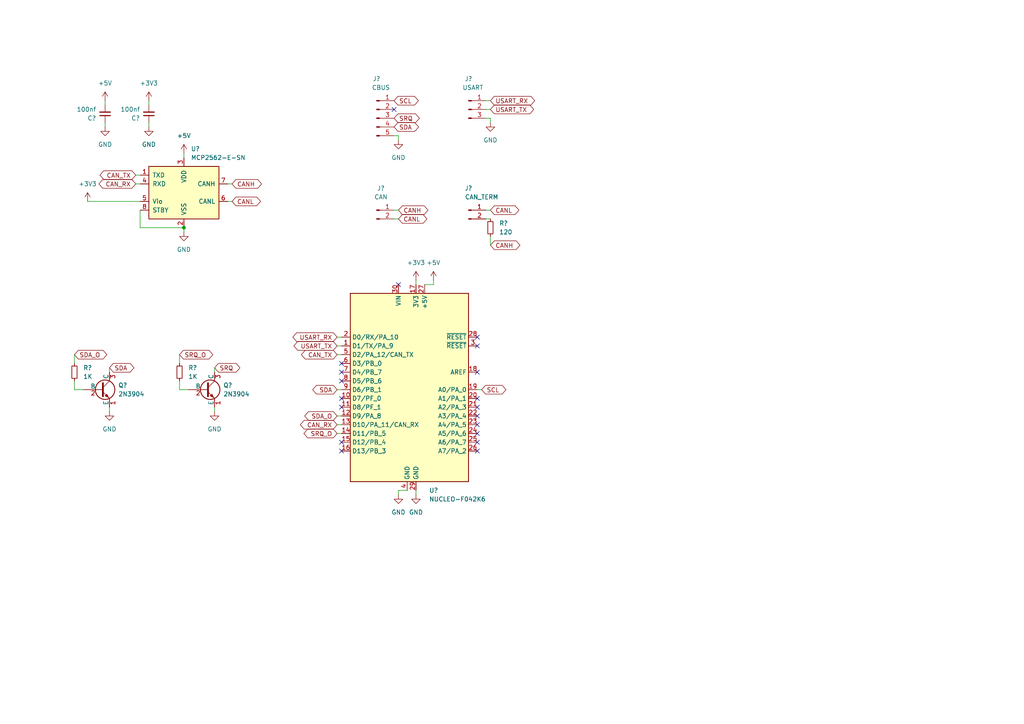
<source format=kicad_sch>
(kicad_sch (version 20211123) (generator eeschema)
  (paper "A4")
  (lib_symbols
    (symbol "Connector:Conn_01x02_Male" (pin_names (offset 1.016) hide)
      (property "Reference" "J" (at 0 2.54 0))
      (property "Value" "Conn_01x02_Male" (at 0 -5.08 0))
      (symbol "Conn_01x02_Male_1_1"
        (polyline (pts (xy 1.27 -2.54) (xy 0.8636 -2.54)) (stroke (width 0.1524)))
        (polyline (pts (xy 1.27 0) (xy 0.8636 0)) (stroke (width 0.1524)))
        (rectangle (start 0.8636 -2.413) (end 0 -2.667) (stroke (width 0.1524)) (fill (type outline)))
        (rectangle (start 0.8636 0.127) (end 0 -0.127) (stroke (width 0.1524)) (fill (type outline)))
        (pin passive line (at 5.08 0 180) (length 3.81) (name "Pin_1") (number "1"))
        (pin passive line (at 5.08 -2.54 180) (length 3.81) (name "Pin_2") (number "2"))
      )
    )
    (symbol "Connector:Conn_01x03_Male" (pin_names (offset 1.016) hide)
      (property "Reference" "J" (at 0 5.08 0))
      (property "Value" "Conn_01x03_Male" (at 0 -5.08 0))
      (symbol "Conn_01x03_Male_1_1"
        (polyline (pts (xy 1.27 -2.54) (xy 0.8636 -2.54)) (stroke (width 0.1524)))
        (polyline (pts (xy 1.27 0) (xy 0.8636 0)) (stroke (width 0.1524)))
        (polyline (pts (xy 1.27 2.54) (xy 0.8636 2.54)) (stroke (width 0.1524)))
        (rectangle (start 0.8636 -2.413) (end 0 -2.667) (stroke (width 0.1524)) (fill (type outline)))
        (rectangle (start 0.8636 0.127) (end 0 -0.127) (stroke (width 0.1524)) (fill (type outline)))
        (rectangle (start 0.8636 2.667) (end 0 2.413) (stroke (width 0.1524)) (fill (type outline)))
        (pin passive line (at 5.08 2.54 180) (length 3.81) (name "Pin_1") (number "1"))
        (pin passive line (at 5.08 0 180) (length 3.81) (name "Pin_2") (number "2"))
        (pin passive line (at 5.08 -2.54 180) (length 3.81) (name "Pin_3") (number "3"))
      )
    )
    (symbol "Connector:Conn_01x05_Male" (pin_names (offset 1.016) hide)
      (property "Reference" "J" (at 0 7.62 0))
      (property "Value" "Conn_01x05_Male" (at 0 -7.62 0))
      (symbol "Conn_01x05_Male_1_1"
        (polyline (pts (xy 1.27 -5.08) (xy 0.8636 -5.08)) (stroke (width 0.1524)))
        (polyline (pts (xy 1.27 -2.54) (xy 0.8636 -2.54)) (stroke (width 0.1524)))
        (polyline (pts (xy 1.27 0) (xy 0.8636 0)) (stroke (width 0.1524)))
        (polyline (pts (xy 1.27 2.54) (xy 0.8636 2.54)) (stroke (width 0.1524)))
        (polyline (pts (xy 1.27 5.08) (xy 0.8636 5.08)) (stroke (width 0.1524)))
        (rectangle (start 0.8636 -4.953) (end 0 -5.207) (stroke (width 0.1524)) (fill (type outline)))
        (rectangle (start 0.8636 -2.413) (end 0 -2.667) (stroke (width 0.1524)) (fill (type outline)))
        (rectangle (start 0.8636 0.127) (end 0 -0.127) (stroke (width 0.1524)) (fill (type outline)))
        (rectangle (start 0.8636 2.667) (end 0 2.413) (stroke (width 0.1524)) (fill (type outline)))
        (rectangle (start 0.8636 5.207) (end 0 4.953) (stroke (width 0.1524)) (fill (type outline)))
        (pin passive line (at 5.08 5.08 180) (length 3.81) (name "Pin_1") (number "1"))
        (pin passive line (at 5.08 2.54 180) (length 3.81) (name "Pin_2") (number "2"))
        (pin passive line (at 5.08 0 180) (length 3.81) (name "Pin_3") (number "3"))
        (pin passive line (at 5.08 -2.54 180) (length 3.81) (name "Pin_4") (number "4"))
        (pin passive line (at 5.08 -5.08 180) (length 3.81) (name "Pin_5") (number "5"))
      )
    )
    (symbol "Device:C_Small" (pin_numbers hide) (pin_names (offset 0.254) hide)
      (property "Reference" "C" (at 0.254 1.778 0))
      (property "Value" "C_Small" (at 0.254 -2.032 0))
      (symbol "C_Small_0_1"
        (polyline (pts (xy -1.524 -0.508) (xy 1.524 -0.508)) (stroke (width 0.3302)))
        (polyline (pts (xy -1.524 0.508) (xy 1.524 0.508)) (stroke (width 0.3048)))
      )
      (symbol "C_Small_1_1"
        (pin passive line (at 0 2.54 270) (length 2.032) (name "~") (number "1"))
        (pin passive line (at 0 -2.54 90) (length 2.032) (name "~") (number "2"))
      )
    )
    (symbol "Device:R_Small" (pin_numbers hide) (pin_names (offset 0.254) hide)
      (property "Reference" "R" (at 0.762 0.508 0))
      (property "Value" "R_Small" (at 0.762 -1.016 0))
      (symbol "R_Small_0_1"
        (rectangle (start -0.762 1.778) (end 0.762 -1.778) (stroke (width 0.2032)))
      )
      (symbol "R_Small_1_1"
        (pin passive line (at 0 2.54 270) (length 0.762) (name "~") (number "1"))
        (pin passive line (at 0 -2.54 90) (length 0.762) (name "~") (number "2"))
      )
    )
    (symbol "Interface_CAN_LIN:MCP2562-E-SN" (pin_names (offset 1.016))
      (property "Reference" "U" (at -10.16 8.89 0))
      (property "Value" "MCP2562-E-SN" (at 2.54 8.89 0))
      (symbol "MCP2562-E-SN_0_1"
        (rectangle (start -10.16 7.62) (end 10.16 -7.62) (stroke (width 0.254)) (fill (type background)))
      )
      (symbol "MCP2562-E-SN_1_1"
        (pin input line (at -12.7 5.08 0) (length 2.54) (name "TXD") (number "1"))
        (pin power_in line (at 0 -10.16 90) (length 2.54) (name "VSS") (number "2"))
        (pin power_in line (at 0 10.16 270) (length 2.54) (name "VDD") (number "3"))
        (pin output line (at -12.7 2.54 0) (length 2.54) (name "RXD") (number "4"))
        (pin power_in line (at -12.7 -2.54 0) (length 2.54) (name "Vio") (number "5"))
        (pin bidirectional line (at 12.7 -2.54 180) (length 2.54) (name "CANL") (number "6"))
        (pin bidirectional line (at 12.7 2.54 180) (length 2.54) (name "CANH") (number "7"))
        (pin input line (at -12.7 -5.08 0) (length 2.54) (name "STBY") (number "8"))
      )
    )
    (symbol "MCU_Module:Arduino_Nano_v3.x"
      (property "Reference" "A?" (at 5.8294 -29.21 0))
      (property "Value" "NUCLEO-F042K6" (at 5.8294 -31.75 0))
      (symbol "Arduino_Nano_v3.x_0_1"
        (rectangle (start -16.51 27.94) (end 17.78 -26.67) (stroke (width 0.254)) (fill (type background)))
      )
      (symbol "Arduino_Nano_v3.x_1_1"
        (pin bidirectional line (at -19.05 12.7 0) (length 2.54) (name "D1/TX/PA_9") (number "1"))
        (pin bidirectional line (at -19.05 -2.54 0) (length 2.54) (name "D7/PF_0") (number "10"))
        (pin bidirectional line (at -19.05 -5.08 0) (length 2.54) (name "D8/PF_1") (number "11"))
        (pin bidirectional line (at -19.05 -7.62 0) (length 2.54) (name "D9/PA_8") (number "12"))
        (pin bidirectional line (at -19.05 -10.16 0) (length 2.54) (name "D10/PA_11/CAN_RX") (number "13"))
        (pin bidirectional line (at -19.05 -12.7 0) (length 2.54) (name "D11/PB_5") (number "14"))
        (pin bidirectional line (at -19.05 -15.24 0) (length 2.54) (name "D12/PB_4") (number "15"))
        (pin bidirectional line (at -19.05 -17.78 0) (length 2.54) (name "D13/PB_3") (number "16"))
        (pin power_out line (at 2.54 30.48 270) (length 2.54) (name "3V3") (number "17"))
        (pin input line (at 20.32 5.08 180) (length 2.54) (name "AREF") (number "18"))
        (pin bidirectional line (at 20.32 0 180) (length 2.54) (name "A0/PA_0") (number "19"))
        (pin bidirectional line (at -19.05 15.24 0) (length 2.54) (name "D0/RX/PA_10") (number "2"))
        (pin bidirectional line (at 20.32 -2.54 180) (length 2.54) (name "A1/PA_1") (number "20"))
        (pin bidirectional line (at 20.32 -5.08 180) (length 2.54) (name "A2/PA_3") (number "21"))
        (pin bidirectional line (at 20.32 -7.62 180) (length 2.54) (name "A3/PA_4") (number "22"))
        (pin bidirectional line (at 20.32 -10.16 180) (length 2.54) (name "A4/PA_5") (number "23"))
        (pin bidirectional line (at 20.32 -12.7 180) (length 2.54) (name "A5/PA_6") (number "24"))
        (pin bidirectional line (at 20.32 -15.24 180) (length 2.54) (name "A6/PA_7") (number "25"))
        (pin bidirectional line (at 20.32 -17.78 180) (length 2.54) (name "A7/PA_2") (number "26"))
        (pin power_out line (at 5.08 30.48 270) (length 2.54) (name "+5V") (number "27"))
        (pin input line (at 20.32 15.24 180) (length 2.54) (name "~{RESET}") (number "28"))
        (pin power_in line (at 2.54 -29.21 90) (length 2.54) (name "GND") (number "29"))
        (pin input line (at 20.32 12.7 180) (length 2.54) (name "~{RESET}") (number "3"))
        (pin power_in line (at -2.54 30.48 270) (length 2.54) (name "VIN") (number "30"))
        (pin power_in line (at 0 -29.21 90) (length 2.54) (name "GND") (number "4"))
        (pin bidirectional line (at -19.05 10.16 0) (length 2.54) (name "D2/PA_12/CAN_TX") (number "5"))
        (pin bidirectional line (at -19.05 7.62 0) (length 2.54) (name "D3/PB_0") (number "6"))
        (pin bidirectional line (at -19.05 5.08 0) (length 2.54) (name "D4/PB_7") (number "7"))
        (pin bidirectional line (at -19.05 2.54 0) (length 2.54) (name "D5/PB_6") (number "8"))
        (pin bidirectional line (at -19.05 0 0) (length 2.54) (name "D6/PB_1") (number "9"))
      )
    )
    (symbol "Transistor_BJT:2N3904" (pin_names (offset 0))
      (property "Reference" "Q" (at 5.08 1.905 0))
      (property "Value" "2N3904" (at 5.08 0 0))
      (symbol "2N3904_0_1"
        (polyline (pts (xy 0.635 0.635) (xy 2.54 2.54)))
        (polyline (pts (xy 0.635 -0.635) (xy 2.54 -2.54) (xy 2.54 -2.54)))
        (polyline (pts (xy 0.635 1.905) (xy 0.635 -1.905) (xy 0.635 -1.905)) (stroke (width 0.508)))
        (polyline (pts (xy 1.27 -1.778) (xy 1.778 -1.27) (xy 2.286 -2.286) (xy 1.27 -1.778) (xy 1.27 -1.778)) (fill (type outline)))
        (circle (center 1.27 0) (radius 2.8194) (stroke (width 0.254)))
      )
      (symbol "2N3904_1_1"
        (pin passive line (at 2.54 -5.08 90) (length 2.54) (name "E") (number "1"))
        (pin passive line (at -5.08 0 0) (length 5.715) (name "B") (number "2"))
        (pin passive line (at 2.54 5.08 270) (length 2.54) (name "C") (number "3"))
      )
    )
    (symbol "power:+3V3" (power) (pin_names (offset 0))
      (property "Value" "+3V3" (at 0 3.556 0))
      (symbol "+3V3_0_1"
        (polyline (pts (xy -0.762 1.27) (xy 0 2.54)))
        (polyline (pts (xy 0 0) (xy 0 2.54)))
        (polyline (pts (xy 0 2.54) (xy 0.762 1.27)))
      )
      (symbol "+3V3_1_1"
        (pin power_in line (at 0 0 90) (length 0) hide (name "+3V3") (number "1"))
      )
    )
    (symbol "power:+5V" (power) (pin_names (offset 0))
      (property "Value" "+5V" (at 0 3.556 0))
      (symbol "+5V_0_1"
        (polyline (pts (xy -0.762 1.27) (xy 0 2.54)))
        (polyline (pts (xy 0 0) (xy 0 2.54)))
        (polyline (pts (xy 0 2.54) (xy 0.762 1.27)))
      )
      (symbol "+5V_1_1"
        (pin power_in line (at 0 0 90) (length 0) hide (name "+5V") (number "1"))
      )
    )
    (symbol "power:GND" (power) (pin_names (offset 0))
      (property "Value" "GND" (at 0 -3.81 0))
      (symbol "GND_0_1"
        (polyline (pts (xy 0 0) (xy 0 -1.27) (xy 1.27 -1.27) (xy 0 -2.54) (xy -1.27 -1.27) (xy 0 -1.27)))
      )
      (symbol "GND_1_1"
        (pin power_in line (at 0 0 270) (length 0) hide (name "GND") (number "1"))
      )
    )
  )
  (junction (at 53.34 66.04))
  (no_connect (at 99.06 105.41))
  (no_connect (at 99.06 130.81))
  (no_connect (at 138.43 118.11))
  (no_connect (at 99.06 110.49))
  (no_connect (at 99.06 128.27))
  (no_connect (at 99.06 115.57))
  (no_connect (at 99.06 118.11))
  (no_connect (at 99.06 107.95))
  (no_connect (at 138.43 100.33))
  (no_connect (at 138.43 97.79))
  (no_connect (at 138.43 115.57))
  (no_connect (at 138.43 107.95))
  (no_connect (at 138.43 125.73))
  (no_connect (at 138.43 123.19))
  (no_connect (at 138.43 130.81))
  (no_connect (at 138.43 128.27))
  (no_connect (at 138.43 120.65))
  (no_connect (at 115.57 82.55))
  (no_connect (at 114.3 31.75))
  (wire (pts (xy 67.31 58.42) (xy 66.04 58.42)))
  (wire (pts (xy 67.31 53.34) (xy 66.04 53.34)))
  (wire (pts (xy 53.34 44.45) (xy 53.34 45.72)))
  (wire (pts (xy 52.07 113.03) (xy 54.61 113.03)))
  (wire (pts (xy 120.65 143.51) (xy 120.65 142.24)))
  (wire (pts (xy 52.07 110.49) (xy 52.07 113.03)))
  (wire (pts (xy 142.24 29.21) (xy 140.97 29.21)))
  (wire (pts (xy 115.57 60.96) (xy 114.3 60.96)))
  (wire (pts (xy 97.79 123.19) (xy 99.06 123.19)))
  (wire (pts (xy 97.79 113.03) (xy 99.06 113.03)))
  (wire (pts (xy 43.18 29.21) (xy 43.18 30.48)))
  (wire (pts (xy 123.19 82.55) (xy 125.73 82.55)))
  (wire (pts (xy 43.18 36.83) (xy 43.18 35.56)))
  (wire (pts (xy 53.34 67.31) (xy 53.34 66.04)))
  (wire (pts (xy 21.59 102.87) (xy 21.59 105.41)))
  (wire (pts (xy 21.59 110.49) (xy 21.59 113.03)))
  (wire (pts (xy 115.57 142.24) (xy 118.11 142.24)))
  (wire (pts (xy 40.64 66.04) (xy 53.34 66.04)))
  (wire (pts (xy 30.48 36.83) (xy 30.48 35.56)))
  (wire (pts (xy 115.57 40.64) (xy 115.57 39.37)))
  (wire (pts (xy 52.07 102.87) (xy 52.07 105.41)))
  (wire (pts (xy 97.79 120.65) (xy 99.06 120.65)))
  (wire (pts (xy 142.24 35.56) (xy 142.24 34.29)))
  (wire (pts (xy 142.24 34.29) (xy 140.97 34.29)))
  (wire (pts (xy 97.79 100.33) (xy 99.06 100.33)))
  (wire (pts (xy 120.65 81.28) (xy 120.65 82.55)))
  (wire (pts (xy 97.79 125.73) (xy 99.06 125.73)))
  (wire (pts (xy 39.37 53.34) (xy 40.64 53.34)))
  (wire (pts (xy 125.73 82.55) (xy 125.73 81.28)))
  (wire (pts (xy 142.24 31.75) (xy 140.97 31.75)))
  (wire (pts (xy 21.59 113.03) (xy 24.13 113.03)))
  (wire (pts (xy 142.24 68.58) (xy 142.24 71.12)))
  (wire (pts (xy 142.24 63.5) (xy 140.97 63.5)))
  (wire (pts (xy 30.48 29.21) (xy 30.48 30.48)))
  (wire (pts (xy 142.24 60.96) (xy 140.97 60.96)))
  (wire (pts (xy 139.7 113.03) (xy 138.43 113.03)))
  (wire (pts (xy 31.75 119.38) (xy 31.75 118.11)))
  (wire (pts (xy 25.4 58.42) (xy 40.64 58.42)))
  (wire (pts (xy 115.57 39.37) (xy 114.3 39.37)))
  (wire (pts (xy 31.75 106.68) (xy 31.75 107.95)))
  (wire (pts (xy 97.79 102.87) (xy 99.06 102.87)))
  (wire (pts (xy 97.79 97.79) (xy 99.06 97.79)))
  (wire (pts (xy 115.57 63.5) (xy 114.3 63.5)))
  (wire (pts (xy 115.57 143.51) (xy 115.57 142.24)))
  (wire (pts (xy 62.23 106.68) (xy 62.23 107.95)))
  (wire (pts (xy 40.64 60.96) (xy 40.64 66.04)))
  (wire (pts (xy 39.37 50.8) (xy 40.64 50.8)))
  (wire (pts (xy 62.23 119.38) (xy 62.23 118.11)))
  (global_label "SRQ_O" (shape bidirectional) (at 97.79 125.73 180) (property "Intersheet References" "${INTERSHEET_REFS}" (effects hide)))
  (global_label "SCL" (shape bidirectional) (at 114.3 29.21 0) (property "Intersheet References" "${INTERSHEET_REFS}" (effects hide)))
  (global_label "USART_RX" (shape bidirectional) (at 97.79 97.79 180) (property "Intersheet References" "${INTERSHEET_REFS}" (effects hide)))
  (global_label "CANH" (shape bidirectional) (at 115.57 60.96 0) (property "Intersheet References" "${INTERSHEET_REFS}" (effects hide)))
  (global_label "CANH" (shape bidirectional) (at 142.24 71.12 0) (property "Intersheet References" "${INTERSHEET_REFS}" (effects hide)))
  (global_label "SDA" (shape bidirectional) (at 114.3 36.83 0) (property "Intersheet References" "${INTERSHEET_REFS}" (effects hide)))
  (global_label "SDA_O" (shape bidirectional) (at 21.59 102.87 0) (property "Intersheet References" "${INTERSHEET_REFS}" (effects hide)))
  (global_label "CANH" (shape bidirectional) (at 67.31 53.34 0) (property "Intersheet References" "${INTERSHEET_REFS}" (effects hide)))
  (global_label "SDA_O" (shape bidirectional) (at 97.79 120.65 180) (property "Intersheet References" "${INTERSHEET_REFS}" (effects hide)))
  (global_label "CAN_TX" (shape bidirectional) (at 97.79 102.87 180) (property "Intersheet References" "${INTERSHEET_REFS}" (effects hide)))
  (global_label "CANL" (shape bidirectional) (at 67.31 58.42 0) (property "Intersheet References" "${INTERSHEET_REFS}" (effects hide)))
  (global_label "CANL" (shape bidirectional) (at 115.57 63.5 0) (property "Intersheet References" "${INTERSHEET_REFS}" (effects hide)))
  (global_label "USART_RX" (shape bidirectional) (at 142.24 29.21 0) (property "Intersheet References" "${INTERSHEET_REFS}" (effects hide)))
  (global_label "SDA" (shape bidirectional) (at 31.75 106.68 0) (property "Intersheet References" "${INTERSHEET_REFS}" (effects hide)))
  (global_label "CAN_RX" (shape bidirectional) (at 39.37 53.34 180) (property "Intersheet References" "${INTERSHEET_REFS}" (effects hide)))
  (global_label "CAN_RX" (shape bidirectional) (at 97.79 123.19 180) (property "Intersheet References" "${INTERSHEET_REFS}" (effects hide)))
  (global_label "SCL" (shape bidirectional) (at 139.7 113.03 0) (property "Intersheet References" "${INTERSHEET_REFS}" (effects hide)))
  (global_label "SDA" (shape bidirectional) (at 97.79 113.03 180) (property "Intersheet References" "${INTERSHEET_REFS}" (effects hide)))
  (global_label "USART_TX" (shape bidirectional) (at 97.79 100.33 180) (property "Intersheet References" "${INTERSHEET_REFS}" (effects hide)))
  (global_label "USART_TX" (shape bidirectional) (at 142.24 31.75 0) (property "Intersheet References" "${INTERSHEET_REFS}" (effects hide)))
  (global_label "SRQ" (shape bidirectional) (at 62.23 106.68 0) (property "Intersheet References" "${INTERSHEET_REFS}" (effects hide)))
  (global_label "SRQ" (shape bidirectional) (at 114.3 34.29 0) (property "Intersheet References" "${INTERSHEET_REFS}" (effects hide)))
  (global_label "CANL" (shape bidirectional) (at 142.24 60.96 0) (property "Intersheet References" "${INTERSHEET_REFS}" (effects hide)))
  (global_label "SRQ_O" (shape bidirectional) (at 52.07 102.87 0) (property "Intersheet References" "${INTERSHEET_REFS}" (effects hide)))
  (global_label "CAN_TX" (shape bidirectional) (at 39.37 50.8 180) (property "Intersheet References" "${INTERSHEET_REFS}" (effects hide)))
  (symbol (lib_id "power:GND") (at 30.48 36.83 0) (unit 1)
    (property "Reference" "#PWR?" (effects hide))
    (property "Value" "GND" (at 30.48 41.91 0))
  )
  (symbol (lib_id "Interface_CAN_LIN:MCP2562-E-SN") (at 53.34 55.88 0) (unit 1)
    (property "Reference" "U?" (at 55.3594 43.18 0) (effects (justify left)))
    (property "Value" "MCP2562-E-SN" (at 55.3594 45.72 0) (effects (justify left)))
    (property "Footprint" "Package_SO:SOIC-8_3.9x4.9mm_P1.27mm" (effects hide))
    (property "Datasheet" "http://ww1.microchip.com/downloads/en/DeviceDoc/25167A.pdf" (effects hide))
  )
  (symbol (lib_id "Connector:Conn_01x02_Male") (at 135.89 60.96 0) (unit 1)
    (property "Reference" "J?" (at 135.89 54.61 0))
    (property "Value" "CAN_TERM" (at 139.7 57.15 0))
  )
  (symbol (lib_id "Connector:Conn_01x03_Male") (at 135.89 31.75 0) (unit 1)
    (property "Reference" "J?" (at 135.89 22.86 0))
    (property "Value" "USART" (at 137.16 25.4 0))
  )
  (symbol (lib_id "Device:R_Small") (at 142.24 66.04 0) (unit 1)
    (property "Reference" "R?" (at 144.78 64.7699 0) (effects (justify left)))
    (property "Value" "120" (at 144.78 67.3099 0) (effects (justify left)))
  )
  (symbol (lib_id "power:GND") (at 115.57 40.64 0) (unit 1)
    (property "Reference" "#PWR?" (effects hide))
    (property "Value" "GND" (at 115.57 45.72 0))
  )
  (symbol (lib_id "power:+5V") (at 30.48 29.21 0) (unit 1)
    (property "Reference" "#PWR?" (effects hide))
    (property "Value" "+5V" (at 30.48 24.13 0))
  )
  (symbol (lib_id "Connector:Conn_01x05_Male") (at 109.22 34.29 0) (unit 1)
    (property "Reference" "J?" (at 109.22 22.86 0))
    (property "Value" "CBUS" (at 110.49 25.4 0))
  )
  (symbol (lib_id "power:+3V3") (at 43.18 29.21 0) (unit 1)
    (property "Reference" "#PWR?" (effects hide))
    (property "Value" "+3V3" (at 43.18 24.13 0))
  )
  (symbol (lib_id "Device:R_Small") (at 52.07 107.95 0) (unit 1)
    (property "Reference" "R?" (at 54.61 106.6799 0) (effects (justify left)))
    (property "Value" "1K" (at 54.61 109.2199 0) (effects (justify left)))
  )
  (symbol (lib_id "power:+5V") (at 125.73 81.28 0) (unit 1)
    (property "Reference" "#PWR?" (effects hide))
    (property "Value" "+5V" (at 125.73 76.2 0))
  )
  (symbol (lib_id "power:GND") (at 115.57 143.51 0) (unit 1)
    (property "Reference" "#PWR?" (effects hide))
    (property "Value" "GND" (at 115.57 148.59 0))
  )
  (symbol (lib_id "power:GND") (at 43.18 36.83 0) (unit 1)
    (property "Reference" "#PWR?" (effects hide))
    (property "Value" "GND" (at 43.18 41.91 0))
  )
  (symbol (lib_id "power:GND") (at 62.23 119.38 0) (unit 1)
    (property "Reference" "#PWR?" (effects hide))
    (property "Value" "GND" (at 62.23 124.46 0))
  )
  (symbol (lib_id "Device:C_Small") (at 30.48 33.02 180) (unit 1)
    (property "Reference" "C?" (at 27.94 34.2838 0) (effects (justify left)))
    (property "Value" "100nf" (at 27.94 31.7438 0) (effects (justify left)))
  )
  (symbol (lib_id "power:+5V") (at 53.34 44.45 0) (unit 1)
    (property "Reference" "#PWR?" (effects hide))
    (property "Value" "+5V" (at 53.34 39.37 0))
  )
  (symbol (lib_id "Device:C_Small") (at 43.18 33.02 180) (unit 1)
    (property "Reference" "C?" (at 40.64 34.2838 0) (effects (justify left)))
    (property "Value" "100nf" (at 40.64 31.7438 0) (effects (justify left)))
  )
  (symbol (lib_id "power:GND") (at 31.75 119.38 0) (unit 1)
    (property "Reference" "#PWR?" (effects hide))
    (property "Value" "GND" (at 31.75 124.46 0))
  )
  (symbol (lib_id "power:GND") (at 142.24 35.56 0) (unit 1)
    (property "Reference" "#PWR?" (effects hide))
    (property "Value" "GND" (at 142.24 40.64 0))
  )
  (symbol (lib_id "MCU_Module:Arduino_Nano_v3.x") (at 118.11 113.03 0) (unit 1)
    (property "Reference" "U?" (at 124.46 142.24 0) (effects (justify left)))
    (property "Value" "NUCLEO-F042K6" (at 124.46 144.78 0) (effects (justify left)))
    (property "Footprint" "Module:Arduino_Nano" (effects hide))
  )
  (symbol (lib_id "power:+3V3") (at 25.4 58.42 0) (unit 1)
    (property "Reference" "#PWR?" (effects hide))
    (property "Value" "+3V3" (at 25.4 53.34 0))
  )
  (symbol (lib_id "power:+3V3") (at 120.65 81.28 0) (unit 1)
    (property "Reference" "#PWR?" (effects hide))
    (property "Value" "+3V3" (at 120.65 76.2 0))
  )
  (symbol (lib_id "Connector:Conn_01x02_Male") (at 109.22 60.96 0) (unit 1)
    (property "Reference" "J?" (at 110.49 54.61 0))
    (property "Value" "CAN" (at 110.49 57.15 0))
  )
  (symbol (lib_id "power:GND") (at 53.34 67.31 0) (unit 1)
    (property "Reference" "#PWR?" (effects hide))
    (property "Value" "GND" (at 53.34 72.39 0))
  )
  (symbol (lib_id "Device:R_Small") (at 21.59 107.95 0) (unit 1)
    (property "Reference" "R?" (at 24.13 106.6799 0) (effects (justify left)))
    (property "Value" "1K" (at 24.13 109.2199 0) (effects (justify left)))
  )
  (symbol (lib_id "Transistor_BJT:2N3904") (at 29.21 113.03 0) (unit 1)
    (property "Reference" "Q?" (at 34.29 111.7599 0) (effects (justify left)))
    (property "Value" "2N3904" (at 34.29 114.2999 0) (effects (justify left)))
    (property "Footprint" "Package_TO_SOT_THT:TO-92_Inline" (effects hide))
    (property "Datasheet" "https://www.onsemi.com/pub/Collateral/2N3903-D.PDF" (effects hide))
  )
  (symbol (lib_id "power:GND") (at 120.65 143.51 0) (unit 1)
    (property "Reference" "#PWR?" (effects hide))
    (property "Value" "GND" (at 120.65 148.59 0))
  )
  (symbol (lib_id "Transistor_BJT:2N3904") (at 59.69 113.03 0) (unit 1)
    (property "Reference" "Q?" (at 64.77 111.7599 0) (effects (justify left)))
    (property "Value" "2N3904" (at 64.77 114.2999 0) (effects (justify left)))
    (property "Footprint" "Package_TO_SOT_THT:TO-92_Inline" (effects hide))
    (property "Datasheet" "https://www.onsemi.com/pub/Collateral/2N3903-D.PDF" (effects hide))
  )
)
</source>
